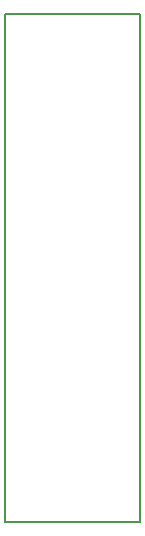
<source format=gbr>
%TF.GenerationSoftware,KiCad,Pcbnew,8.0.0*%
%TF.CreationDate,2025-08-09T21:47:33-07:00*%
%TF.ProjectId,it sure is getting hot in here,69742073-7572-4652-9069-732067657474,rev?*%
%TF.SameCoordinates,Original*%
%TF.FileFunction,Profile,NP*%
%FSLAX46Y46*%
G04 Gerber Fmt 4.6, Leading zero omitted, Abs format (unit mm)*
G04 Created by KiCad (PCBNEW 8.0.0) date 2025-08-09 21:47:33*
%MOMM*%
%LPD*%
G01*
G04 APERTURE LIST*
%TA.AperFunction,Profile*%
%ADD10C,0.200000*%
%TD*%
G04 APERTURE END LIST*
D10*
X-219200Y42494200D02*
X11280800Y42494200D01*
X11280800Y-505800D01*
X-219200Y-505800D01*
X-219200Y42494200D01*
M02*

</source>
